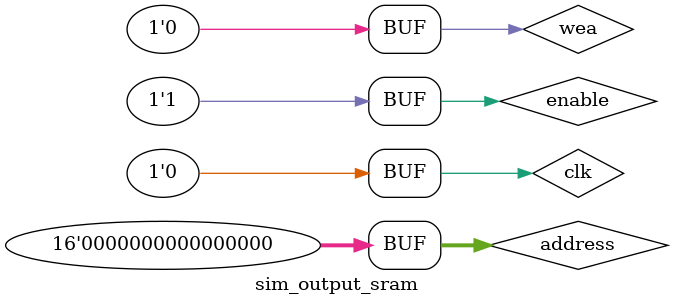
<source format=v>
`timescale 1ns / 1ps


module sim_output_sram();

reg 						clk;
reg							enable;
reg							wea;
reg				[15:0]		address;
reg				[7:0]		data_save_to_sram;
wire			[7:0]		data_sram_to_save;

initial
begin
	enable	=	1'b1;
	wea		=	1'b0;
	address	=	16'h0000;
	#10	clk =	1'b0;
	#10	clk =	1'b1;
	#10	clk = 	1'b0;
	#10	clk =	1'b1;
	#10	clk = 	1'b0;
	#10	clk =	1'b1;
	#10	clk = 	1'b0;
	#10	clk =	1'b1;
	#10	clk = 	1'b0;
	#10	clk =	1'b1;
	#10	clk = 	1'b0;
end

blk_mem_output_gen	u_output_sram(
	.clka 					(clk),
	.ena 					(enable),
	.wea 					(wea),
	.addra 					(address),
	.dina 					(data_save_to_sram),
	.douta 					(data_sram_to_save));

endmodule

</source>
